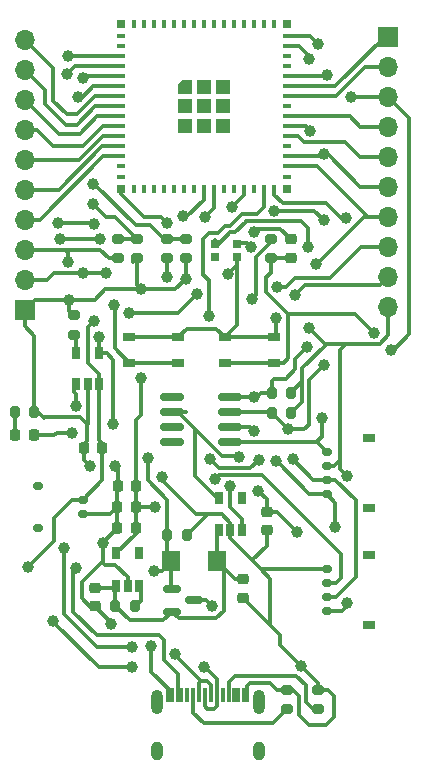
<source format=gbr>
%TF.GenerationSoftware,KiCad,Pcbnew,8.0.5-1.fc40*%
%TF.CreationDate,2024-10-05T09:08:47-05:00*%
%TF.ProjectId,PCB_ESP32,5043425f-4553-4503-9332-2e6b69636164,rev?*%
%TF.SameCoordinates,Original*%
%TF.FileFunction,Copper,L1,Top*%
%TF.FilePolarity,Positive*%
%FSLAX46Y46*%
G04 Gerber Fmt 4.6, Leading zero omitted, Abs format (unit mm)*
G04 Created by KiCad (PCBNEW 8.0.5-1.fc40) date 2024-10-05 09:08:47*
%MOMM*%
%LPD*%
G01*
G04 APERTURE LIST*
G04 Aperture macros list*
%AMRoundRect*
0 Rectangle with rounded corners*
0 $1 Rounding radius*
0 $2 $3 $4 $5 $6 $7 $8 $9 X,Y pos of 4 corners*
0 Add a 4 corners polygon primitive as box body*
4,1,4,$2,$3,$4,$5,$6,$7,$8,$9,$2,$3,0*
0 Add four circle primitives for the rounded corners*
1,1,$1+$1,$2,$3*
1,1,$1+$1,$4,$5*
1,1,$1+$1,$6,$7*
1,1,$1+$1,$8,$9*
0 Add four rect primitives between the rounded corners*
20,1,$1+$1,$2,$3,$4,$5,0*
20,1,$1+$1,$4,$5,$6,$7,0*
20,1,$1+$1,$6,$7,$8,$9,0*
20,1,$1+$1,$8,$9,$2,$3,0*%
%AMOutline5P*
0 Free polygon, 5 corners , with rotation*
0 The origin of the aperture is its center*
0 number of corners: always 5*
0 $1 to $10 corner X, Y*
0 $11 Rotation angle, in degrees counterclockwise*
0 create outline with 5 corners*
4,1,5,$1,$2,$3,$4,$5,$6,$7,$8,$9,$10,$1,$2,$11*%
%AMOutline6P*
0 Free polygon, 6 corners , with rotation*
0 The origin of the aperture is its center*
0 number of corners: always 6*
0 $1 to $12 corner X, Y*
0 $13 Rotation angle, in degrees counterclockwise*
0 create outline with 6 corners*
4,1,6,$1,$2,$3,$4,$5,$6,$7,$8,$9,$10,$11,$12,$1,$2,$13*%
%AMOutline7P*
0 Free polygon, 7 corners , with rotation*
0 The origin of the aperture is its center*
0 number of corners: always 7*
0 $1 to $14 corner X, Y*
0 $15 Rotation angle, in degrees counterclockwise*
0 create outline with 7 corners*
4,1,7,$1,$2,$3,$4,$5,$6,$7,$8,$9,$10,$11,$12,$13,$14,$1,$2,$15*%
%AMOutline8P*
0 Free polygon, 8 corners , with rotation*
0 The origin of the aperture is its center*
0 number of corners: always 8*
0 $1 to $16 corner X, Y*
0 $17 Rotation angle, in degrees counterclockwise*
0 create outline with 8 corners*
4,1,8,$1,$2,$3,$4,$5,$6,$7,$8,$9,$10,$11,$12,$13,$14,$15,$16,$1,$2,$17*%
G04 Aperture macros list end*
%TA.AperFunction,SMDPad,CuDef*%
%ADD10RoundRect,0.200000X-0.275000X0.200000X-0.275000X-0.200000X0.275000X-0.200000X0.275000X0.200000X0*%
%TD*%
%TA.AperFunction,SMDPad,CuDef*%
%ADD11RoundRect,0.200000X0.275000X-0.200000X0.275000X0.200000X-0.275000X0.200000X-0.275000X-0.200000X0*%
%TD*%
%TA.AperFunction,SMDPad,CuDef*%
%ADD12RoundRect,0.200000X-0.200000X-0.275000X0.200000X-0.275000X0.200000X0.275000X-0.200000X0.275000X0*%
%TD*%
%TA.AperFunction,SMDPad,CuDef*%
%ADD13RoundRect,0.225000X0.250000X-0.225000X0.250000X0.225000X-0.250000X0.225000X-0.250000X-0.225000X0*%
%TD*%
%TA.AperFunction,SMDPad,CuDef*%
%ADD14RoundRect,0.150000X-0.825000X-0.150000X0.825000X-0.150000X0.825000X0.150000X-0.825000X0.150000X0*%
%TD*%
%TA.AperFunction,SMDPad,CuDef*%
%ADD15RoundRect,0.225000X-0.250000X0.225000X-0.250000X-0.225000X0.250000X-0.225000X0.250000X0.225000X0*%
%TD*%
%TA.AperFunction,SMDPad,CuDef*%
%ADD16RoundRect,0.150000X0.275000X-0.150000X0.275000X0.150000X-0.275000X0.150000X-0.275000X-0.150000X0*%
%TD*%
%TA.AperFunction,SMDPad,CuDef*%
%ADD17RoundRect,0.187500X0.362500X-0.187500X0.362500X0.187500X-0.362500X0.187500X-0.362500X-0.187500X0*%
%TD*%
%TA.AperFunction,SMDPad,CuDef*%
%ADD18RoundRect,0.200000X0.200000X0.275000X-0.200000X0.275000X-0.200000X-0.275000X0.200000X-0.275000X0*%
%TD*%
%TA.AperFunction,SMDPad,CuDef*%
%ADD19RoundRect,0.225000X0.225000X0.250000X-0.225000X0.250000X-0.225000X-0.250000X0.225000X-0.250000X0*%
%TD*%
%TA.AperFunction,SMDPad,CuDef*%
%ADD20R,0.700000X0.700000*%
%TD*%
%TA.AperFunction,SMDPad,CuDef*%
%ADD21R,0.700000X1.000000*%
%TD*%
%TA.AperFunction,SMDPad,CuDef*%
%ADD22R,1.050000X0.650000*%
%TD*%
%TA.AperFunction,SMDPad,CuDef*%
%ADD23RoundRect,0.175000X-0.225000X0.175000X-0.225000X-0.175000X0.225000X-0.175000X0.225000X0.175000X0*%
%TD*%
%TA.AperFunction,SMDPad,CuDef*%
%ADD24RoundRect,0.150000X-0.275000X0.150000X-0.275000X-0.150000X0.275000X-0.150000X0.275000X0.150000X0*%
%TD*%
%TA.AperFunction,SMDPad,CuDef*%
%ADD25R,1.555000X1.670000*%
%TD*%
%TA.AperFunction,SMDPad,CuDef*%
%ADD26RoundRect,0.218750X0.218750X0.256250X-0.218750X0.256250X-0.218750X-0.256250X0.218750X-0.256250X0*%
%TD*%
%TA.AperFunction,SMDPad,CuDef*%
%ADD27R,0.300000X1.150000*%
%TD*%
%TA.AperFunction,ComponentPad*%
%ADD28O,1.000000X2.100000*%
%TD*%
%TA.AperFunction,ComponentPad*%
%ADD29O,1.000000X1.600000*%
%TD*%
%TA.AperFunction,SMDPad,CuDef*%
%ADD30RoundRect,0.150000X-0.587500X-0.150000X0.587500X-0.150000X0.587500X0.150000X-0.587500X0.150000X0*%
%TD*%
%TA.AperFunction,SMDPad,CuDef*%
%ADD31R,0.800000X0.400000*%
%TD*%
%TA.AperFunction,SMDPad,CuDef*%
%ADD32R,0.400000X0.800000*%
%TD*%
%TA.AperFunction,SMDPad,CuDef*%
%ADD33Outline5P,-0.600000X0.204000X-0.204000X0.600000X0.600000X0.600000X0.600000X-0.600000X-0.600000X-0.600000X0.000000*%
%TD*%
%TA.AperFunction,SMDPad,CuDef*%
%ADD34R,1.200000X1.200000*%
%TD*%
%TA.AperFunction,SMDPad,CuDef*%
%ADD35R,0.800000X0.800000*%
%TD*%
%TA.AperFunction,ComponentPad*%
%ADD36R,1.700000X1.700000*%
%TD*%
%TA.AperFunction,ComponentPad*%
%ADD37O,1.700000X1.700000*%
%TD*%
%TA.AperFunction,ViaPad*%
%ADD38C,1.000000*%
%TD*%
%TA.AperFunction,Conductor*%
%ADD39C,0.300000*%
%TD*%
G04 APERTURE END LIST*
D10*
%TO.P,R10,1*%
%TO.N,IO1*%
X146740000Y-93200000D03*
%TO.P,R10,2*%
%TO.N,GND*%
X146740000Y-94850000D03*
%TD*%
D11*
%TO.P,R4,1*%
%TO.N,Net-(J2-CC1)*%
X159480000Y-133025000D03*
%TO.P,R4,2*%
%TO.N,GND*%
X159480000Y-131375000D03*
%TD*%
D12*
%TO.P,R2,1*%
%TO.N,VBUS*%
X149355000Y-118320000D03*
%TO.P,R2,2*%
%TO.N,GND*%
X151005000Y-118320000D03*
%TD*%
D13*
%TO.P,C9,1*%
%TO.N,RESET*%
X159800000Y-94805000D03*
%TO.P,C9,2*%
%TO.N,GND*%
X159800000Y-93255000D03*
%TD*%
D14*
%TO.P,U4,1,32KHZ*%
%TO.N,unconnected-(U4-32KHZ-Pad1)*%
X149705000Y-106615000D03*
%TO.P,U4,2,VCC*%
%TO.N,3.3V2*%
X149705000Y-107885000D03*
%TO.P,U4,3,~{INT}/SQW*%
%TO.N,unconnected-(U4-~{INT}{slash}SQW-Pad3)*%
X149705000Y-109155000D03*
%TO.P,U4,4,~{RST}*%
%TO.N,unconnected-(U4-~{RST}-Pad4)*%
X149705000Y-110425000D03*
%TO.P,U4,5,GND*%
%TO.N,GND*%
X154655000Y-110425000D03*
%TO.P,U4,6,VBAT*%
%TO.N,Net-(BT1-+)*%
X154655000Y-109155000D03*
%TO.P,U4,7,SDA*%
%TO.N,SDA*%
X154655000Y-107885000D03*
%TO.P,U4,8,SCL*%
%TO.N,SCL*%
X154655000Y-106615000D03*
%TD*%
D11*
%TO.P,R9,1*%
%TO.N,VBAT*%
X145190000Y-94850000D03*
%TO.P,R9,2*%
%TO.N,IO1*%
X145190000Y-93200000D03*
%TD*%
D15*
%TO.P,C7,1*%
%TO.N,VIN*%
X155780000Y-122045000D03*
%TO.P,C7,2*%
%TO.N,GND*%
X155780000Y-123595000D03*
%TD*%
D16*
%TO.P,J5,1,Pin_1*%
%TO.N,SCL*%
X162830000Y-124750000D03*
%TO.P,J5,2,Pin_2*%
%TO.N,SDA*%
X162830000Y-123550000D03*
%TO.P,J5,3,Pin_3*%
%TO.N,+3.3V*%
X162830000Y-122350000D03*
%TO.P,J5,4,Pin_4*%
%TO.N,GND*%
X162830000Y-121150000D03*
D17*
%TO.P,J5,MP,Pin_5*%
%TO.N,unconnected-(J5-Pin_5-PadMP)*%
X166455000Y-125925000D03*
%TO.N,unconnected-(J5-Pin_5-PadMP)_0*%
X166455000Y-119975000D03*
%TD*%
D15*
%TO.P,C6,1*%
%TO.N,3.3V2*%
X157780000Y-116345000D03*
%TO.P,C6,2*%
%TO.N,GND*%
X157780000Y-117895000D03*
%TD*%
D18*
%TO.P,R13,1*%
%TO.N,GND*%
X138077500Y-107840000D03*
%TO.P,R13,2*%
%TO.N,Net-(D3-A)*%
X136427500Y-107840000D03*
%TD*%
%TO.P,R6,1*%
%TO.N,3.3V2*%
X159830000Y-107940000D03*
%TO.P,R6,2*%
%TO.N,SDA*%
X158180000Y-107940000D03*
%TD*%
D11*
%TO.P,R7,1*%
%TO.N,VBUS*%
X149330000Y-94845000D03*
%TO.P,R7,2*%
%TO.N,IO2*%
X149330000Y-93195000D03*
%TD*%
D19*
%TO.P,C4,1*%
%TO.N,+3.3V*%
X146655000Y-115920000D03*
%TO.P,C4,2*%
%TO.N,GND*%
X145105000Y-115920000D03*
%TD*%
D20*
%TO.P,D1,1,VDD*%
%TO.N,3.3V2*%
X153385000Y-93610000D03*
%TO.P,D1,2,DOUT*%
%TO.N,unconnected-(D1-DOUT-Pad2)*%
X153385000Y-94710000D03*
%TO.P,D1,3,VSS*%
%TO.N,GND*%
X155215000Y-94710000D03*
%TO.P,D1,4,DIN*%
%TO.N,NEOPIXEL*%
X155215000Y-93610000D03*
%TD*%
D10*
%TO.P,R12,1*%
%TO.N,GND*%
X141450000Y-99675000D03*
%TO.P,R12,2*%
%TO.N,Net-(U5-PROG)*%
X141450000Y-101325000D03*
%TD*%
D18*
%TO.P,R5,1*%
%TO.N,3.3V2*%
X159830000Y-106240000D03*
%TO.P,R5,2*%
%TO.N,SCL*%
X158180000Y-106240000D03*
%TD*%
D12*
%TO.P,R1,1*%
%TO.N,VIN*%
X144955000Y-124320000D03*
%TO.P,R1,2*%
%TO.N,Net-(U2-EN)*%
X146605000Y-124320000D03*
%TD*%
D10*
%TO.P,R11,1*%
%TO.N,+3.3V*%
X158100000Y-93205000D03*
%TO.P,R11,2*%
%TO.N,RESET*%
X158100000Y-94855000D03*
%TD*%
D21*
%TO.P,U5,1,STAT*%
%TO.N,Net-(D3-K)*%
X141650000Y-105500000D03*
%TO.P,U5,2,VSS*%
%TO.N,GND*%
X142600000Y-105500000D03*
%TO.P,U5,3,VBAT*%
%TO.N,VBAT*%
X143550000Y-105500000D03*
%TO.P,U5,4,VDD*%
%TO.N,VBUS*%
X143550000Y-102900000D03*
%TO.P,U5,5,PROG*%
%TO.N,Net-(U5-PROG)*%
X141650000Y-102900000D03*
%TD*%
D19*
%TO.P,C3,1*%
%TO.N,+3.3V*%
X146655000Y-117720000D03*
%TO.P,C3,2*%
%TO.N,GND*%
X145105000Y-117720000D03*
%TD*%
%TO.P,C10,1*%
%TO.N,VBAT*%
X143845000Y-110960000D03*
%TO.P,C10,2*%
%TO.N,GND*%
X142295000Y-110960000D03*
%TD*%
D21*
%TO.P,U3,1,VIN*%
%TO.N,VIN*%
X153680000Y-117870000D03*
%TO.P,U3,2,GND*%
%TO.N,GND*%
X154680000Y-117870000D03*
%TO.P,U3,3,EN*%
%TO.N,VDD_SPI*%
X155680000Y-117870000D03*
%TO.P,U3,4,NC*%
%TO.N,unconnected-(U3-NC-Pad4)*%
X155680000Y-115120000D03*
%TO.P,U3,5,VOUT*%
%TO.N,3.3V2*%
X153680000Y-115120000D03*
%TD*%
D22*
%TO.P,SW3,1,1*%
%TO.N,GND*%
X154215000Y-101545000D03*
X158365000Y-101545000D03*
%TO.P,SW3,2,2*%
%TO.N,RESET*%
X154215000Y-103695000D03*
X158365000Y-103695000D03*
%TD*%
D15*
%TO.P,C1,1*%
%TO.N,VIN*%
X143180000Y-122745000D03*
%TO.P,C1,2*%
%TO.N,GND*%
X143180000Y-124295000D03*
%TD*%
D10*
%TO.P,R3,1*%
%TO.N,GND*%
X162080000Y-131375000D03*
%TO.P,R3,2*%
%TO.N,Net-(J2-CC2)*%
X162080000Y-133025000D03*
%TD*%
D19*
%TO.P,C5,1*%
%TO.N,+3.3V*%
X146680000Y-114120000D03*
%TO.P,C5,2*%
%TO.N,GND*%
X145130000Y-114120000D03*
%TD*%
D23*
%TO.P,J7,*%
%TO.N,*%
X138405000Y-114170000D03*
X138405000Y-117670000D03*
D24*
%TO.P,J7,1,Pin_1*%
%TO.N,VBAT*%
X142180000Y-115320000D03*
%TO.P,J7,2,Pin_2*%
%TO.N,GND*%
X142180000Y-116520000D03*
%TD*%
D25*
%TO.P,D2,1,K*%
%TO.N,VIN*%
X153580000Y-120520000D03*
%TO.P,D2,2,A*%
%TO.N,VBUS*%
X149680000Y-120520000D03*
%TD*%
D10*
%TO.P,R8,1*%
%TO.N,IO2*%
X150900000Y-93195000D03*
%TO.P,R8,2*%
%TO.N,GND*%
X150900000Y-94845000D03*
%TD*%
D16*
%TO.P,J6,1,Pin_1*%
%TO.N,SCL*%
X162830000Y-114820000D03*
%TO.P,J6,2,Pin_2*%
%TO.N,SDA*%
X162830000Y-113620000D03*
%TO.P,J6,3,Pin_3*%
%TO.N,3.3V2*%
X162830000Y-112420000D03*
%TO.P,J6,4,Pin_4*%
%TO.N,GND*%
X162830000Y-111220000D03*
D17*
%TO.P,J6,MP,Pin_5*%
%TO.N,unconnected-(J6-Pin_5-PadMP)_0*%
X166455000Y-115995000D03*
%TO.N,unconnected-(J6-Pin_5-PadMP)*%
X166455000Y-110045000D03*
%TD*%
D26*
%TO.P,D3,1,K*%
%TO.N,Net-(D3-K)*%
X138040000Y-109840000D03*
%TO.P,D3,2,A*%
%TO.N,Net-(D3-A)*%
X136465000Y-109840000D03*
%TD*%
D27*
%TO.P,J2,A1,GND*%
%TO.N,GND*%
X149430000Y-131830000D03*
%TO.P,J2,A4,VBUS*%
%TO.N,VBUS*%
X150230000Y-131830000D03*
%TO.P,J2,A5,CC1*%
%TO.N,Net-(J2-CC1)*%
X151530000Y-131830000D03*
%TO.P,J2,A6,D+*%
%TO.N,D+*%
X152530000Y-131830000D03*
%TO.P,J2,A7,D-*%
%TO.N,D-*%
X153030000Y-131830000D03*
%TO.P,J2,A8,SBU1*%
%TO.N,unconnected-(J2-SBU1-PadA8)*%
X154030000Y-131830000D03*
%TO.P,J2,A9,VBUS*%
%TO.N,VBUS*%
X155330000Y-131830000D03*
%TO.P,J2,A12,GND*%
%TO.N,GND*%
X156130000Y-131830000D03*
%TO.P,J2,B1,GND*%
X155830000Y-131830000D03*
%TO.P,J2,B4,VBUS*%
%TO.N,VBUS*%
X155030000Y-131830000D03*
%TO.P,J2,B5,CC2*%
%TO.N,Net-(J2-CC2)*%
X154530000Y-131830000D03*
%TO.P,J2,B6,D+*%
%TO.N,D+*%
X153530000Y-131830000D03*
%TO.P,J2,B7,D-*%
%TO.N,D-*%
X152030000Y-131830000D03*
%TO.P,J2,B8,SBU2*%
%TO.N,unconnected-(J2-SBU2-PadB8)*%
X151030000Y-131830000D03*
%TO.P,J2,B9,VBUS*%
%TO.N,VBUS*%
X150530000Y-131830000D03*
%TO.P,J2,B12,GND*%
%TO.N,GND*%
X149730000Y-131830000D03*
D28*
%TO.P,J2,S1,SHIELD*%
X148460000Y-132395000D03*
D29*
X148460000Y-136575000D03*
D28*
X157100000Y-132395000D03*
D29*
X157100000Y-136575000D03*
%TD*%
D30*
%TO.P,Q1,1,G*%
%TO.N,VBUS*%
X149742500Y-122870000D03*
%TO.P,Q1,2,S*%
%TO.N,VIN*%
X149742500Y-124770000D03*
%TO.P,Q1,3,D*%
%TO.N,VBAT_SW_OUT*%
X151617500Y-123820000D03*
%TD*%
D22*
%TO.P,SW2,1,1*%
%TO.N,GND*%
X146140000Y-101545000D03*
X150290000Y-101545000D03*
%TO.P,SW2,2,2*%
%TO.N,BOOT*%
X146140000Y-103695000D03*
X150290000Y-103695000D03*
%TD*%
D31*
%TO.P,U1,1,GND*%
%TO.N,GND*%
X145450000Y-76035000D03*
%TO.P,U1,2,GND*%
X145450000Y-76885000D03*
%TO.P,U1,3,3V3*%
%TO.N,+3.3V*%
X145450000Y-77735000D03*
%TO.P,U1,4,IO0*%
%TO.N,BOOT*%
X145450000Y-78585000D03*
%TO.P,U1,5,IO1*%
%TO.N,IO1*%
X145450000Y-79435000D03*
%TO.P,U1,6,IO2*%
%TO.N,IO2*%
X145450000Y-80285000D03*
%TO.P,U1,7,IO3*%
%TO.N,IO3*%
X145450000Y-81135000D03*
%TO.P,U1,8,IO4*%
%TO.N,IO4*%
X145450000Y-81985000D03*
%TO.P,U1,9,IO5*%
%TO.N,IO5*%
X145450000Y-82835000D03*
%TO.P,U1,10,IO6*%
%TO.N,IO6*%
X145450000Y-83685000D03*
%TO.P,U1,11,IO7*%
%TO.N,IO7*%
X145450000Y-84535000D03*
%TO.P,U1,12,IO8*%
%TO.N,IO8*%
X145450000Y-85385000D03*
%TO.P,U1,13,IO9*%
%TO.N,IO9*%
X145450000Y-86235000D03*
%TO.P,U1,14,IO10*%
%TO.N,IO10*%
X145450000Y-87085000D03*
%TO.P,U1,15,IO11*%
%TO.N,IO11*%
X145450000Y-87935000D03*
D32*
%TO.P,U1,16,IO12*%
%TO.N,IO12*%
X146500000Y-88985000D03*
%TO.P,U1,17,IO13*%
%TO.N,IO13*%
X147350000Y-88985000D03*
%TO.P,U1,18,IO14*%
%TO.N,IO14*%
X148200000Y-88985000D03*
%TO.P,U1,19,IO15*%
%TO.N,IO15*%
X149050000Y-88985000D03*
%TO.P,U1,20,IO16*%
%TO.N,IO16*%
X149900000Y-88985000D03*
%TO.P,U1,21,IO17*%
%TO.N,IO17*%
X150750000Y-88985000D03*
%TO.P,U1,22,IO18*%
%TO.N,IO18*%
X151600000Y-88985000D03*
%TO.P,U1,23,IO19*%
%TO.N,D-*%
X152450000Y-88985000D03*
%TO.P,U1,24,IO20*%
%TO.N,D+*%
X153300000Y-88985000D03*
%TO.P,U1,25,IO21*%
%TO.N,unconnected-(U1-IO21-Pad25)*%
X154150000Y-88985000D03*
%TO.P,U1,26,IO26*%
%TO.N,unconnected-(U1-IO26-Pad26)*%
X155000000Y-88985000D03*
%TO.P,U1,27,IO47*%
%TO.N,CS*%
X155850000Y-88985000D03*
%TO.P,U1,28,IO33*%
%TO.N,IO33*%
X156700000Y-88985000D03*
%TO.P,U1,29,IO34*%
%TO.N,VDD_SPI*%
X157550000Y-88985000D03*
%TO.P,U1,30,IO48*%
%TO.N,CLK*%
X158400000Y-88985000D03*
D31*
%TO.P,U1,31,IO35*%
%TO.N,IO35*%
X159450000Y-87935000D03*
%TO.P,U1,32,IO36*%
%TO.N,SCL*%
X159450000Y-87085000D03*
%TO.P,U1,33,IO37*%
%TO.N,SDA*%
X159450000Y-86235000D03*
%TO.P,U1,34,IO38*%
%TO.N,IO38*%
X159450000Y-85385000D03*
%TO.P,U1,35,IO39*%
%TO.N,IO39*%
X159450000Y-84535000D03*
%TO.P,U1,36,IO40*%
%TO.N,NEOPIXEL*%
X159450000Y-83685000D03*
%TO.P,U1,37,IO41*%
%TO.N,IO41*%
X159450000Y-82835000D03*
%TO.P,U1,38,IO42*%
%TO.N,IO42*%
X159450000Y-81985000D03*
%TO.P,U1,39,TXD0*%
%TO.N,TX*%
X159450000Y-81135000D03*
%TO.P,U1,40,RXD0*%
%TO.N,RX*%
X159450000Y-80285000D03*
%TO.P,U1,41,IO45*%
%TO.N,MISO*%
X159450000Y-79435000D03*
%TO.P,U1,42,GND*%
%TO.N,GND*%
X159450000Y-78585000D03*
%TO.P,U1,43,GND*%
X159450000Y-77735000D03*
%TO.P,U1,44,IO46*%
%TO.N,MOSI*%
X159450000Y-76885000D03*
%TO.P,U1,45,EN*%
%TO.N,RESET*%
X159450000Y-76035000D03*
D32*
%TO.P,U1,50,GND*%
%TO.N,GND*%
X155000000Y-74985000D03*
%TO.P,U1,51,GND*%
X154150000Y-74985000D03*
%TO.P,U1,52,GND*%
X153300000Y-74985000D03*
%TO.P,U1,53,GND*%
X152450000Y-74985000D03*
%TO.P,U1,54,GND*%
X151600000Y-74985000D03*
%TO.P,U1,55,GND*%
X150750000Y-74985000D03*
%TO.P,U1,56,GND*%
X149900000Y-74985000D03*
%TO.P,U1,57,GND*%
X149050000Y-74985000D03*
%TO.P,U1,58,GND*%
X148200000Y-74985000D03*
%TO.P,U1,59,GND*%
X147350000Y-74985000D03*
%TO.P,U1,60,GND*%
X146500000Y-74985000D03*
D33*
%TO.P,U1,61,GND*%
X150800000Y-80335000D03*
D34*
X150800000Y-81985000D03*
X150800000Y-83635000D03*
X152450000Y-80335000D03*
X152450000Y-81985000D03*
X152450000Y-83635000D03*
X154100000Y-80335000D03*
X154100000Y-81985000D03*
X154100000Y-83635000D03*
D35*
%TO.P,U1,62,GND*%
X145450000Y-74985000D03*
%TO.P,U1,63,GND*%
X145450000Y-88985000D03*
D32*
X155850000Y-74985000D03*
X156700000Y-74985000D03*
X157550000Y-74985000D03*
X158400000Y-74985000D03*
D35*
X159450000Y-74985000D03*
X159450000Y-88985000D03*
%TD*%
D21*
%TO.P,U2,1,VIN*%
%TO.N,VIN*%
X144980000Y-122570000D03*
%TO.P,U2,2,GND*%
%TO.N,GND*%
X145980000Y-122570000D03*
%TO.P,U2,3,EN*%
%TO.N,Net-(U2-EN)*%
X146980000Y-122570000D03*
%TO.P,U2,4,NC*%
%TO.N,unconnected-(U2-NC-Pad4)*%
X146980000Y-119820000D03*
%TO.P,U2,5,VOUT*%
%TO.N,+3.3V*%
X144980000Y-119820000D03*
%TD*%
D36*
%TO.P,J3,1,Pin_1*%
%TO.N,RX*%
X168030000Y-76105000D03*
D37*
%TO.P,J3,2,Pin_2*%
%TO.N,TX*%
X168030000Y-78645000D03*
%TO.P,J3,3,Pin_3*%
%TO.N,RESET*%
X168030000Y-81185000D03*
%TO.P,J3,4,Pin_4*%
%TO.N,IO41*%
X168030000Y-83725000D03*
%TO.P,J3,5,Pin_5*%
%TO.N,IO39*%
X168030000Y-86265000D03*
%TO.P,J3,6,Pin_6*%
%TO.N,SDA*%
X168030000Y-88805000D03*
%TO.P,J3,7,Pin_7*%
%TO.N,SCL*%
X168030000Y-91345000D03*
%TO.P,J3,8,Pin_8*%
%TO.N,VBUS*%
X168030000Y-93885000D03*
%TO.P,J3,9,Pin_9*%
%TO.N,GND*%
X168030000Y-96425000D03*
%TO.P,J3,10,Pin_10*%
%TO.N,3.3V2*%
X168030000Y-98965000D03*
%TD*%
D36*
%TO.P,J4,1,Pin_1*%
%TO.N,GND*%
X137290000Y-99215000D03*
D37*
%TO.P,J4,2,Pin_2*%
%TO.N,+3.3V*%
X137290000Y-96675000D03*
%TO.P,J4,3,Pin_3*%
%TO.N,VBAT*%
X137290000Y-94135000D03*
%TO.P,J4,4,Pin_4*%
%TO.N,IO9*%
X137290000Y-91595000D03*
%TO.P,J4,5,Pin_5*%
%TO.N,IO8*%
X137290000Y-89055000D03*
%TO.P,J4,6,Pin_6*%
%TO.N,IO7*%
X137290000Y-86515000D03*
%TO.P,J4,7,Pin_7*%
%TO.N,IO6*%
X137290000Y-83975000D03*
%TO.P,J4,8,Pin_8*%
%TO.N,IO5*%
X137290000Y-81435000D03*
%TO.P,J4,9,Pin_9*%
%TO.N,IO4*%
X137290000Y-78895000D03*
%TO.P,J4,10,Pin_10*%
%TO.N,IO3*%
X137290000Y-76355000D03*
%TD*%
D38*
%TO.N,Net-(BT1-+)*%
X156645000Y-109445000D03*
X157080000Y-111920000D03*
X152925000Y-111875000D03*
%TO.N,GND*%
X148000000Y-127690000D03*
X147120000Y-97490000D03*
X150900000Y-96610000D03*
X160170000Y-97960000D03*
X148930000Y-113360000D03*
X144930000Y-112470000D03*
X162410000Y-108340000D03*
X143880000Y-118945000D03*
X160680000Y-129380000D03*
X142810000Y-112440000D03*
X156680000Y-92650000D03*
X149300000Y-91900000D03*
X144585000Y-125835000D03*
X154460000Y-96210000D03*
X141060000Y-98350000D03*
X158530000Y-99880000D03*
%TO.N,+3.3V*%
X156510000Y-98280000D03*
X144120000Y-96130000D03*
X140940000Y-77700000D03*
X142200000Y-96140000D03*
X147110000Y-104990000D03*
X153350000Y-113570000D03*
X148330000Y-115920000D03*
%TO.N,3.3V2*%
X160320000Y-118040000D03*
X161220000Y-93930000D03*
X161360000Y-100780000D03*
X155450000Y-111710000D03*
X157040000Y-114530000D03*
X164580000Y-113320000D03*
%TO.N,RESET*%
X162100000Y-76700000D03*
X164860000Y-81220000D03*
X168270000Y-102590000D03*
X166830000Y-101180000D03*
%TO.N,VBAT*%
X137550000Y-121030000D03*
X140920000Y-95170000D03*
X143120000Y-100210000D03*
%TO.N,NEOPIXEL*%
X161460000Y-84080000D03*
X156400000Y-93880000D03*
%TO.N,VBUS*%
X149330000Y-96430000D03*
X151850000Y-97840000D03*
X158660000Y-97310000D03*
X141620000Y-121040000D03*
X146120000Y-99480000D03*
X144760000Y-108870000D03*
X147680000Y-111770000D03*
X148180000Y-121320000D03*
X143550000Y-101530000D03*
%TO.N,Net-(D3-K)*%
X141290000Y-109620000D03*
X141630000Y-107380000D03*
%TO.N,CLK*%
X164460000Y-91480000D03*
%TO.N,MOSI*%
X161340000Y-77980000D03*
%TO.N,CS*%
X154820000Y-90520000D03*
X162600000Y-91640000D03*
X158400000Y-90830000D03*
%TO.N,MISO*%
X162890000Y-79310000D03*
%TO.N,D+*%
X143110000Y-91920000D03*
X152460000Y-129480000D03*
X140090000Y-91900000D03*
X139690000Y-125600000D03*
X152530000Y-91330000D03*
X146350000Y-129480000D03*
%TO.N,D-*%
X146360000Y-127810000D03*
X143630000Y-93190000D03*
X150710000Y-91300000D03*
X140630000Y-119350000D03*
X150020000Y-128360000D03*
X140280000Y-93210000D03*
%TO.N,SCL*%
X161130000Y-102410000D03*
X156670000Y-106615000D03*
X158580000Y-112020000D03*
X164580000Y-124020000D03*
X163580000Y-117610000D03*
X161910000Y-95370000D03*
%TO.N,SDA*%
X159980000Y-111890000D03*
X162620000Y-103870000D03*
X159580000Y-109340000D03*
X162610000Y-86070000D03*
%TO.N,VBAT_SW_OUT*%
X153120000Y-124330000D03*
%TO.N,IO2*%
X141770000Y-81170000D03*
X143040000Y-88527002D03*
%TO.N,IO1*%
X142170000Y-79630000D03*
X143060000Y-90250000D03*
%TO.N,VDD_SPI*%
X152840000Y-99760000D03*
X154670000Y-114130000D03*
%TO.N,BOOT*%
X144860000Y-98810000D03*
X140860000Y-79290000D03*
%TD*%
D39*
%TO.N,Net-(BT1-+)*%
X157080000Y-111920000D02*
X156350000Y-112650000D01*
X156355000Y-109155000D02*
X154655000Y-109155000D01*
X156350000Y-112650000D02*
X153700000Y-112650000D01*
X156645000Y-109445000D02*
X156355000Y-109155000D01*
X153700000Y-112650000D02*
X152925000Y-111875000D01*
%TO.N,GND*%
X143200000Y-98350000D02*
X141060000Y-98350000D01*
X143880000Y-119820000D02*
X143880000Y-120620000D01*
X161950000Y-110430000D02*
X154660000Y-110430000D01*
X138165000Y-98350000D02*
X137290000Y-99225000D01*
X162080000Y-131375000D02*
X162955000Y-131375000D01*
X148800000Y-91400000D02*
X147400000Y-91400000D01*
X158080000Y-125920000D02*
X158080000Y-121970000D01*
X137290000Y-99225000D02*
X137290000Y-100620000D01*
X151780000Y-116520000D02*
X152805000Y-116520000D01*
X157780000Y-119220000D02*
X156555000Y-120445000D01*
X156555000Y-120445000D02*
X154680000Y-118570000D01*
X145105000Y-114145000D02*
X145130000Y-114120000D01*
X160480000Y-133500000D02*
X161380000Y-134400000D01*
X148000000Y-129870000D02*
X149730000Y-131600000D01*
X142580000Y-108920000D02*
X141980000Y-108320000D01*
X142810000Y-112440000D02*
X142305000Y-111935000D01*
X163480000Y-131900000D02*
X162955000Y-131375000D01*
X143880000Y-120460000D02*
X143880000Y-119820000D01*
X145180000Y-114070000D02*
X145130000Y-114120000D01*
X142080000Y-122260000D02*
X143880000Y-120460000D01*
X158080000Y-121970000D02*
X157255000Y-121145000D01*
X143880000Y-118945000D02*
X143880000Y-119820000D01*
X162830000Y-111220000D02*
X162040000Y-110430000D01*
X154680000Y-118570000D02*
X154680000Y-117870000D01*
X156380000Y-130800000D02*
X156130000Y-131050000D01*
X151015000Y-100820000D02*
X150290000Y-101545000D01*
X146990000Y-95050000D02*
X146790000Y-94850000D01*
X162780000Y-134400000D02*
X163480000Y-133700000D01*
X162410000Y-109970000D02*
X161950000Y-110430000D01*
X162410000Y-108340000D02*
X162410000Y-109970000D01*
X141980000Y-108320000D02*
X138890000Y-108320000D01*
X138370000Y-107840000D02*
X138077500Y-107840000D01*
X162080000Y-130780000D02*
X162080000Y-131375000D01*
X144080000Y-120820000D02*
X144930000Y-120820000D01*
X159955000Y-131375000D02*
X160480000Y-131900000D01*
X148930000Y-113360000D02*
X148930000Y-113670000D01*
X144930000Y-112470000D02*
X145180000Y-112720000D01*
X160480000Y-131900000D02*
X160480000Y-133500000D01*
X144585000Y-125835000D02*
X144585000Y-125700000D01*
X158900000Y-126715000D02*
X158080000Y-125895000D01*
X157780000Y-117895000D02*
X157780000Y-119220000D01*
X149730000Y-131600000D02*
X149730000Y-131830000D01*
X158080000Y-125895000D02*
X155780000Y-123595000D01*
X154660000Y-110430000D02*
X154655000Y-110425000D01*
X142305000Y-110595000D02*
X142580000Y-110320000D01*
X157260000Y-121150000D02*
X157255000Y-121145000D01*
X159480000Y-131375000D02*
X158655000Y-131375000D01*
X154460000Y-96210000D02*
X155240000Y-95430000D01*
X137290000Y-100620000D02*
X138077500Y-101407500D01*
X158080000Y-125920000D02*
X158080000Y-125895000D01*
X142600000Y-105500000D02*
X142600000Y-108900000D01*
X142580000Y-110320000D02*
X142580000Y-108920000D01*
X143180000Y-124295000D02*
X142755000Y-124295000D01*
X154215000Y-101545000D02*
X153490000Y-100820000D01*
X167355000Y-97100000D02*
X168030000Y-96425000D01*
X142600000Y-108900000D02*
X142580000Y-108920000D01*
X153490000Y-100820000D02*
X151015000Y-100820000D01*
X143880000Y-120620000D02*
X144080000Y-120820000D01*
X138077500Y-107840000D02*
X138077500Y-107255000D01*
X158900000Y-127600000D02*
X158900000Y-126715000D01*
X146740000Y-97110000D02*
X146740000Y-94850000D01*
X147400000Y-91400000D02*
X145450000Y-89450000D01*
X161380000Y-134400000D02*
X162780000Y-134400000D01*
X138077500Y-101407500D02*
X138077500Y-107840000D01*
X141060000Y-98350000D02*
X141060000Y-99285000D01*
X155215000Y-94710000D02*
X155215000Y-95405000D01*
X163480000Y-133700000D02*
X163480000Y-131900000D01*
X148930000Y-113670000D02*
X151780000Y-116520000D01*
X146790000Y-94850000D02*
X146740000Y-94850000D01*
X159480000Y-131375000D02*
X159955000Y-131375000D01*
X145980000Y-121870000D02*
X145980000Y-122570000D01*
X150290000Y-101545000D02*
X146140000Y-101545000D01*
X161030000Y-97100000D02*
X167355000Y-97100000D01*
X147120000Y-97490000D02*
X146740000Y-97110000D01*
X147120000Y-97490000D02*
X144060000Y-97490000D01*
X150900000Y-94845000D02*
X150900000Y-96610000D01*
X156970000Y-92360000D02*
X158905000Y-92360000D01*
X158905000Y-92360000D02*
X159800000Y-93255000D01*
X155240000Y-95430000D02*
X155240000Y-100520000D01*
X142755000Y-124295000D02*
X142080000Y-123620000D01*
X144585000Y-125700000D02*
X143180000Y-124295000D01*
X142180000Y-116520000D02*
X144505000Y-116520000D01*
X154680000Y-117260000D02*
X153940000Y-116520000D01*
X152805000Y-116520000D02*
X151005000Y-118320000D01*
X156130000Y-131050000D02*
X156130000Y-131830000D01*
X156680000Y-92650000D02*
X156970000Y-92360000D01*
X138890000Y-108320000D02*
X138870000Y-108340000D01*
X146430000Y-95160000D02*
X146740000Y-94850000D01*
X142080000Y-123620000D02*
X142080000Y-122260000D01*
X138870000Y-108340000D02*
X138370000Y-107840000D01*
X158530000Y-101380000D02*
X158530000Y-99880000D01*
X149300000Y-91900000D02*
X148800000Y-91400000D01*
X162040000Y-110430000D02*
X161950000Y-110430000D01*
X144505000Y-116520000D02*
X145105000Y-115920000D01*
X160680000Y-129380000D02*
X162080000Y-130780000D01*
X147120000Y-97490000D02*
X150020000Y-97490000D01*
X144060000Y-97490000D02*
X143200000Y-98350000D01*
X145105000Y-117720000D02*
X143880000Y-118945000D01*
X158365000Y-101545000D02*
X158530000Y-101380000D01*
X141060000Y-98350000D02*
X138165000Y-98350000D01*
X141060000Y-99285000D02*
X141450000Y-99675000D01*
X145450000Y-89450000D02*
X145450000Y-88985000D01*
X145180000Y-112720000D02*
X145180000Y-114070000D01*
X155215000Y-95405000D02*
X155240000Y-95430000D01*
X145105000Y-115920000D02*
X145105000Y-114145000D01*
X154680000Y-117870000D02*
X154680000Y-117260000D01*
X160680000Y-129380000D02*
X158900000Y-127600000D01*
X160170000Y-97960000D02*
X161030000Y-97100000D01*
X158365000Y-101545000D02*
X154215000Y-101545000D01*
X144930000Y-120820000D02*
X145980000Y-121870000D01*
X148000000Y-127690000D02*
X148000000Y-129870000D01*
X142305000Y-111935000D02*
X142305000Y-110595000D01*
X158655000Y-131375000D02*
X158080000Y-130800000D01*
X158080000Y-130800000D02*
X156380000Y-130800000D01*
X150020000Y-97490000D02*
X150900000Y-96610000D01*
X145105000Y-117720000D02*
X145105000Y-115920000D01*
X153940000Y-116520000D02*
X152805000Y-116520000D01*
X157255000Y-121145000D02*
X156555000Y-120445000D01*
X155240000Y-100520000D02*
X154215000Y-101545000D01*
X162830000Y-121150000D02*
X157260000Y-121150000D01*
%TO.N,VIN*%
X153490000Y-125340000D02*
X150312500Y-125340000D01*
X155780000Y-122045000D02*
X155105000Y-122045000D01*
X149742500Y-124770000D02*
X148992500Y-125520000D01*
X144900000Y-124265000D02*
X144900000Y-122650000D01*
X154110000Y-121050000D02*
X154110000Y-124720000D01*
X144955000Y-124320000D02*
X144900000Y-124265000D01*
X146155000Y-125520000D02*
X144955000Y-124320000D01*
X153580000Y-120520000D02*
X153580000Y-117970000D01*
X144805000Y-122745000D02*
X144980000Y-122570000D01*
X155105000Y-122045000D02*
X153580000Y-120520000D01*
X153580000Y-120520000D02*
X154110000Y-121050000D01*
X150312500Y-125340000D02*
X149742500Y-124770000D01*
X154110000Y-124720000D02*
X153490000Y-125340000D01*
X143180000Y-122745000D02*
X144805000Y-122745000D01*
X148992500Y-125520000D02*
X146155000Y-125520000D01*
X144900000Y-122650000D02*
X144980000Y-122570000D01*
X153580000Y-117970000D02*
X153680000Y-117870000D01*
%TO.N,+3.3V*%
X156850000Y-97940000D02*
X156510000Y-98280000D01*
X140975000Y-77735000D02*
X145450000Y-77735000D01*
X139735000Y-96130000D02*
X139190000Y-96675000D01*
X146655000Y-118185000D02*
X146655000Y-117720000D01*
X146655000Y-114145000D02*
X146680000Y-114120000D01*
X146655000Y-117720000D02*
X146655000Y-115920000D01*
X146655000Y-115920000D02*
X146655000Y-114145000D01*
X163650000Y-122350000D02*
X162830000Y-122350000D01*
X153720000Y-113200000D02*
X157360000Y-113200000D01*
X140940000Y-77700000D02*
X140975000Y-77735000D01*
X144980000Y-119820000D02*
X145020000Y-119820000D01*
X146680000Y-108530000D02*
X147110000Y-108100000D01*
X142200000Y-96140000D02*
X142210000Y-96130000D01*
X142200000Y-96140000D02*
X142190000Y-96130000D01*
X164080000Y-121920000D02*
X163650000Y-122350000D01*
X148330000Y-115920000D02*
X146655000Y-115920000D01*
X164080000Y-119920000D02*
X164080000Y-121920000D01*
X146680000Y-108530000D02*
X146680000Y-114120000D01*
X156850000Y-94770000D02*
X156850000Y-97940000D01*
X153350000Y-113570000D02*
X153720000Y-113200000D01*
X139190000Y-96675000D02*
X137290000Y-96675000D01*
X158100000Y-93520000D02*
X156850000Y-94770000D01*
X147110000Y-108100000D02*
X147110000Y-104990000D01*
X142210000Y-96130000D02*
X144120000Y-96130000D01*
X145020000Y-119820000D02*
X146655000Y-118185000D01*
X157360000Y-113200000D02*
X164080000Y-119920000D01*
X142190000Y-96130000D02*
X139735000Y-96130000D01*
X158100000Y-93205000D02*
X158100000Y-93520000D01*
%TO.N,3.3V2*%
X158625000Y-116345000D02*
X160320000Y-118040000D01*
X159830000Y-106240000D02*
X160780000Y-105290000D01*
X150915000Y-107885000D02*
X149705000Y-107885000D01*
X153680000Y-115120000D02*
X153540000Y-115120000D01*
X153385000Y-93610000D02*
X153385000Y-93285000D01*
X155340000Y-111600000D02*
X153960000Y-111600000D01*
X160680000Y-91730000D02*
X155980000Y-91730000D01*
X154660000Y-92660000D02*
X155080000Y-92660000D01*
X164400000Y-102200000D02*
X164500000Y-102100000D01*
X153960000Y-111600000D02*
X150245000Y-107885000D01*
X161220000Y-92270000D02*
X160680000Y-91730000D01*
X164500000Y-102100000D02*
X164485000Y-102085000D01*
X164000000Y-102600000D02*
X164400000Y-102200000D01*
X161220000Y-93930000D02*
X161220000Y-92270000D01*
X164000000Y-111900000D02*
X164000000Y-102600000D01*
X162665000Y-102275000D02*
X162665000Y-102085000D01*
X162830000Y-112420000D02*
X163480000Y-112420000D01*
X167325000Y-102085000D02*
X168030000Y-101380000D01*
X157040000Y-114530000D02*
X157780000Y-115270000D01*
X153385000Y-93610000D02*
X153710000Y-93610000D01*
X159830000Y-107940000D02*
X160780000Y-106990000D01*
X168030000Y-101380000D02*
X168030000Y-98965000D01*
X150245000Y-107885000D02*
X149705000Y-107885000D01*
X160780000Y-104160000D02*
X162665000Y-102275000D01*
X160780000Y-106990000D02*
X160780000Y-105290000D01*
X164580000Y-113320000D02*
X164000000Y-112740000D01*
X151670000Y-109400000D02*
X151715000Y-109355000D01*
X163480000Y-112420000D02*
X164000000Y-111900000D01*
X164000000Y-112740000D02*
X164000000Y-111900000D01*
X161360000Y-100780000D02*
X162665000Y-102085000D01*
X157780000Y-115270000D02*
X157780000Y-116345000D01*
X157780000Y-116345000D02*
X158625000Y-116345000D01*
X153710000Y-93610000D02*
X154660000Y-92660000D01*
X164485000Y-102085000D02*
X162665000Y-102085000D01*
X155080000Y-92660000D02*
X155980000Y-91760000D01*
X160780000Y-105290000D02*
X160780000Y-104160000D01*
X164485000Y-102085000D02*
X167325000Y-102085000D01*
X153540000Y-115120000D02*
X151670000Y-113250000D01*
X151670000Y-113250000D02*
X151670000Y-109400000D01*
X155450000Y-111710000D02*
X155340000Y-111600000D01*
%TO.N,RESET*%
X169831133Y-101265007D02*
X169831133Y-83001133D01*
X159800000Y-94805000D02*
X158150000Y-94805000D01*
X159590000Y-99590000D02*
X157730000Y-97730000D01*
X162100000Y-76700000D02*
X161435000Y-76035000D01*
X164895000Y-81185000D02*
X168030000Y-81185000D01*
X164860000Y-81220000D02*
X164895000Y-81185000D01*
X157730000Y-97730000D02*
X157730000Y-96470000D01*
X166830000Y-101180000D02*
X165240000Y-99590000D01*
X168510000Y-102590000D02*
X169804993Y-101295007D01*
X158365000Y-103695000D02*
X154215000Y-103695000D01*
X169831133Y-83001133D02*
X168030000Y-81200000D01*
X158150000Y-94805000D02*
X158100000Y-94855000D01*
X168270000Y-102590000D02*
X168510000Y-102590000D01*
X157730000Y-96470000D02*
X158100000Y-96100000D01*
X168030000Y-81200000D02*
X168030000Y-81185000D01*
X161435000Y-76035000D02*
X159450000Y-76035000D01*
X159590000Y-103330000D02*
X159590000Y-99590000D01*
X158100000Y-96100000D02*
X158100000Y-94855000D01*
X159225000Y-103695000D02*
X159590000Y-103330000D01*
X165240000Y-99590000D02*
X159590000Y-99590000D01*
X158365000Y-103695000D02*
X159225000Y-103695000D01*
%TO.N,VBAT*%
X144385000Y-94850000D02*
X143680000Y-94145000D01*
X139780000Y-118800000D02*
X139780000Y-116850000D01*
X140700000Y-94145000D02*
X143680000Y-94145000D01*
X142620000Y-103700000D02*
X143550000Y-104630000D01*
X143855000Y-110595000D02*
X143855000Y-111620000D01*
X137550000Y-121030000D02*
X139780000Y-118800000D01*
X139200000Y-94145000D02*
X140700000Y-94145000D01*
X143530000Y-110270000D02*
X143855000Y-110595000D01*
X143550000Y-104630000D02*
X143550000Y-105500000D01*
X141310000Y-115320000D02*
X142180000Y-115320000D01*
X143120000Y-100210000D02*
X142620000Y-100710000D01*
X145170000Y-94870000D02*
X145190000Y-94850000D01*
X142180000Y-115320000D02*
X143855000Y-113645000D01*
X140920000Y-95170000D02*
X140920000Y-94365000D01*
X140920000Y-94365000D02*
X140700000Y-94145000D01*
X143855000Y-113645000D02*
X143855000Y-111620000D01*
X139190000Y-94135000D02*
X137290000Y-94135000D01*
X143530000Y-105910000D02*
X143530000Y-110270000D01*
X142620000Y-100710000D02*
X142620000Y-103700000D01*
X145190000Y-94850000D02*
X144385000Y-94850000D01*
X139200000Y-94145000D02*
X139190000Y-94135000D01*
X139780000Y-116850000D02*
X141310000Y-115320000D01*
%TO.N,NEOPIXEL*%
X161065000Y-83685000D02*
X159450000Y-83685000D01*
X156400000Y-93880000D02*
X156090000Y-93570000D01*
X161460000Y-84080000D02*
X161065000Y-83685000D01*
X156090000Y-93570000D02*
X155585000Y-93570000D01*
%TO.N,VBUS*%
X150210000Y-99480000D02*
X146120000Y-99480000D01*
X148180000Y-121320000D02*
X148880000Y-121320000D01*
X149680000Y-120520000D02*
X149680000Y-122807500D01*
X150480000Y-131780000D02*
X150530000Y-131830000D01*
X141620000Y-121040000D02*
X141400000Y-121260000D01*
X149050000Y-128910000D02*
X150230000Y-130090000D01*
X149355000Y-118320000D02*
X149355000Y-120195000D01*
X143350000Y-126790000D02*
X148680000Y-126790000D01*
X151850000Y-97840000D02*
X150210000Y-99480000D01*
X149355000Y-120195000D02*
X149680000Y-120520000D01*
X144230000Y-102900000D02*
X143550000Y-102900000D01*
X144760000Y-108870000D02*
X144760000Y-103430000D01*
X147680000Y-113622082D02*
X149355000Y-115297082D01*
X141400000Y-121260000D02*
X141400000Y-124840000D01*
X144760000Y-103430000D02*
X144230000Y-102900000D01*
X163100000Y-96520000D02*
X165735000Y-93885000D01*
X150230000Y-130090000D02*
X150230000Y-131830000D01*
X149355000Y-115297082D02*
X149355000Y-118320000D01*
X143550000Y-102900000D02*
X143550000Y-101530000D01*
X159370000Y-97310000D02*
X160160000Y-96520000D01*
X165735000Y-93885000D02*
X168030000Y-93885000D01*
X149330000Y-96430000D02*
X149330000Y-94845000D01*
X148880000Y-121320000D02*
X149680000Y-120520000D01*
X158660000Y-97310000D02*
X159370000Y-97310000D01*
X160160000Y-96520000D02*
X163100000Y-96520000D01*
X149050000Y-127160000D02*
X149050000Y-128910000D01*
X147680000Y-111770000D02*
X147680000Y-113622082D01*
X141400000Y-124840000D02*
X143350000Y-126790000D01*
X149680000Y-122807500D02*
X149742500Y-122870000D01*
X148680000Y-126790000D02*
X149050000Y-127160000D01*
%TO.N,Net-(D3-A)*%
X136465000Y-109840000D02*
X136465000Y-107877500D01*
X136465000Y-107877500D02*
X136427500Y-107840000D01*
%TO.N,Net-(D3-K)*%
X139747500Y-109840000D02*
X138040000Y-109840000D01*
X141430000Y-106170000D02*
X141430000Y-105445000D01*
X138240000Y-109640000D02*
X138040000Y-109840000D01*
X139967500Y-109620000D02*
X139747500Y-109840000D01*
X141630000Y-107380000D02*
X141630000Y-106370000D01*
X141630000Y-106370000D02*
X141430000Y-106170000D01*
X141290000Y-109620000D02*
X139967500Y-109620000D01*
%TO.N,CLK*%
X159120000Y-90210000D02*
X158400000Y-89490000D01*
X158400000Y-89490000D02*
X158400000Y-88985000D01*
X164080000Y-91480000D02*
X162810000Y-90210000D01*
X162810000Y-90210000D02*
X159120000Y-90210000D01*
X164460000Y-91480000D02*
X164080000Y-91480000D01*
%TO.N,MOSI*%
X160485000Y-76885000D02*
X159450000Y-76885000D01*
X161340000Y-77980000D02*
X161340000Y-77740000D01*
X161340000Y-77740000D02*
X160485000Y-76885000D01*
%TO.N,CS*%
X158400000Y-90830000D02*
X161790000Y-90830000D01*
X161790000Y-90830000D02*
X162600000Y-91640000D01*
X155850000Y-89490000D02*
X155850000Y-88985000D01*
X154820000Y-90520000D02*
X155850000Y-89490000D01*
%TO.N,MISO*%
X162890000Y-79310000D02*
X162765000Y-79435000D01*
X162765000Y-79435000D02*
X159450000Y-79435000D01*
%TO.N,D+*%
X153330000Y-132980000D02*
X153530000Y-132780000D01*
X153530000Y-130450000D02*
X153530000Y-131830000D01*
X152560000Y-129480000D02*
X153530000Y-130450000D01*
X139690000Y-125600000D02*
X139690000Y-125620000D01*
X143090000Y-91900000D02*
X140090000Y-91900000D01*
X153300000Y-90560000D02*
X153300000Y-88985000D01*
X143550000Y-129480000D02*
X146350000Y-129480000D01*
X139690000Y-125620000D02*
X143550000Y-129480000D01*
X152460000Y-129480000D02*
X152560000Y-129480000D01*
X152740000Y-132980000D02*
X153330000Y-132980000D01*
X143110000Y-91920000D02*
X143090000Y-91900000D01*
X153530000Y-132780000D02*
X153530000Y-131830000D01*
X152530000Y-131830000D02*
X152530000Y-132770000D01*
X152530000Y-132770000D02*
X152740000Y-132980000D01*
X152530000Y-91330000D02*
X153300000Y-90560000D01*
%TO.N,Net-(J2-CC1)*%
X159480000Y-133025000D02*
X158265000Y-134240000D01*
X158265000Y-134240000D02*
X152430000Y-134240000D01*
X152430000Y-134240000D02*
X151530000Y-133340000D01*
X151530000Y-133340000D02*
X151530000Y-131830000D01*
%TO.N,D-*%
X152190000Y-130650000D02*
X152675000Y-130650000D01*
X140630000Y-119350000D02*
X140600000Y-119380000D01*
X152450000Y-89900000D02*
X152450000Y-88985000D01*
X143420000Y-127810000D02*
X146360000Y-127810000D01*
X150710000Y-91300000D02*
X151050000Y-91300000D01*
X143610000Y-93210000D02*
X140280000Y-93210000D01*
X153030000Y-131005000D02*
X153030000Y-131830000D01*
X151050000Y-91300000D02*
X152450000Y-89900000D01*
X143630000Y-93190000D02*
X143610000Y-93210000D01*
X140600000Y-124990000D02*
X143420000Y-127810000D01*
X152030000Y-131830000D02*
X152030000Y-130810000D01*
X152675000Y-130650000D02*
X153030000Y-131005000D01*
X150020000Y-128480000D02*
X150020000Y-128360000D01*
X152190000Y-130650000D02*
X150020000Y-128480000D01*
X140600000Y-119380000D02*
X140600000Y-124990000D01*
X152030000Y-130810000D02*
X152190000Y-130650000D01*
%TO.N,Net-(J2-CC2)*%
X161050000Y-130970000D02*
X160280000Y-130200000D01*
X161680000Y-133025000D02*
X161050000Y-132395000D01*
X161050000Y-132395000D02*
X161050000Y-130970000D01*
X154530000Y-130760000D02*
X154530000Y-131830000D01*
X160280000Y-130200000D02*
X155090000Y-130200000D01*
X155090000Y-130200000D02*
X154530000Y-130760000D01*
%TO.N,SCL*%
X159370000Y-105070000D02*
X158375000Y-105070000D01*
X160190000Y-104250000D02*
X159370000Y-105070000D01*
X158180000Y-105265000D02*
X158180000Y-106240000D01*
X166295000Y-91345000D02*
X162035000Y-87085000D01*
X160190000Y-103350000D02*
X160190000Y-104250000D01*
X161130000Y-102410000D02*
X160190000Y-103350000D01*
X158780000Y-112220000D02*
X158580000Y-112020000D01*
X167975000Y-91400000D02*
X168030000Y-91345000D01*
X157305000Y-106240000D02*
X158180000Y-106240000D01*
X161910000Y-95370000D02*
X162050000Y-95370000D01*
X164580000Y-124020000D02*
X164580000Y-124320000D01*
X154655000Y-106615000D02*
X156670000Y-106615000D01*
X164150000Y-124750000D02*
X162830000Y-124750000D01*
X162830000Y-114820000D02*
X161380000Y-114820000D01*
X162050000Y-95370000D02*
X166020000Y-91400000D01*
X166020000Y-91400000D02*
X167975000Y-91400000D01*
X158375000Y-105070000D02*
X158180000Y-105265000D01*
X156930000Y-106615000D02*
X157305000Y-106240000D01*
X161380000Y-114820000D02*
X158780000Y-112220000D01*
X162035000Y-87085000D02*
X159450000Y-87085000D01*
X156670000Y-106615000D02*
X156930000Y-106615000D01*
X163580000Y-117610000D02*
X163580000Y-115570000D01*
X168030000Y-91345000D02*
X166295000Y-91345000D01*
X163580000Y-115570000D02*
X162830000Y-114820000D01*
X164580000Y-124320000D02*
X164150000Y-124750000D01*
%TO.N,SDA*%
X162610000Y-86070000D02*
X162930000Y-86070000D01*
X161340000Y-108950000D02*
X160950000Y-109340000D01*
X161340000Y-105150000D02*
X161340000Y-108950000D01*
X163590000Y-123550000D02*
X165280000Y-121860000D01*
X162830000Y-123550000D02*
X163590000Y-123550000D01*
X163580000Y-113620000D02*
X162830000Y-113620000D01*
X161710000Y-113620000D02*
X162830000Y-113620000D01*
X158145000Y-107905000D02*
X158180000Y-107940000D01*
X159580000Y-109340000D02*
X158180000Y-107940000D01*
X162610000Y-86070000D02*
X162445000Y-86235000D01*
X165280000Y-121860000D02*
X165280000Y-115320000D01*
X162445000Y-86235000D02*
X159450000Y-86235000D01*
X162930000Y-86070000D02*
X165665000Y-88805000D01*
X162620000Y-103870000D02*
X161340000Y-105150000D01*
X155580000Y-107905000D02*
X158145000Y-107905000D01*
X160950000Y-109340000D02*
X159580000Y-109340000D01*
X159980000Y-111890000D02*
X161710000Y-113620000D01*
X165665000Y-88805000D02*
X168030000Y-88805000D01*
X165280000Y-115320000D02*
X163580000Y-113620000D01*
%TO.N,IO41*%
X159450000Y-82835000D02*
X164775000Y-82835000D01*
X164775000Y-82835000D02*
X165665000Y-83725000D01*
X165665000Y-83725000D02*
X168030000Y-83725000D01*
%TO.N,IO39*%
X160445000Y-84535000D02*
X160920000Y-85010000D01*
X160920000Y-85010000D02*
X164410000Y-85010000D01*
X164410000Y-85010000D02*
X165665000Y-86265000D01*
X165665000Y-86265000D02*
X168030000Y-86265000D01*
X159450000Y-84535000D02*
X160445000Y-84535000D01*
%TO.N,TX*%
X159450000Y-81135000D02*
X163585000Y-81135000D01*
X166075000Y-78645000D02*
X168030000Y-78645000D01*
X163585000Y-81135000D02*
X166075000Y-78645000D01*
%TO.N,RX*%
X159450000Y-80285000D02*
X163555000Y-80285000D01*
X163555000Y-80285000D02*
X167735000Y-76105000D01*
X167735000Y-76105000D02*
X168030000Y-76105000D01*
%TO.N,IO5*%
X137290000Y-81450000D02*
X137290000Y-81435000D01*
X141950000Y-84310000D02*
X140150000Y-84310000D01*
X143425000Y-82835000D02*
X141950000Y-84310000D01*
X145450000Y-82835000D02*
X143425000Y-82835000D01*
X140150000Y-84310000D02*
X137290000Y-81450000D01*
%TO.N,IO4*%
X139030000Y-81820000D02*
X139030000Y-80635000D01*
X143245000Y-81985000D02*
X141660000Y-83570000D01*
X139030000Y-80635000D02*
X137290000Y-78895000D01*
X140780000Y-83570000D02*
X139030000Y-81820000D01*
X141660000Y-83570000D02*
X140780000Y-83570000D01*
X145450000Y-81985000D02*
X143245000Y-81985000D01*
X137290000Y-78960000D02*
X137290000Y-78895000D01*
%TO.N,IO9*%
X137290000Y-91595000D02*
X138525000Y-91595000D01*
X138525000Y-91595000D02*
X143885000Y-86235000D01*
X143885000Y-86235000D02*
X145450000Y-86235000D01*
%TO.N,IO3*%
X137325000Y-76355000D02*
X137290000Y-76355000D01*
X139700000Y-78730000D02*
X137325000Y-76355000D01*
X143195000Y-81135000D02*
X141660000Y-82670000D01*
X140810000Y-82670000D02*
X139700000Y-81560000D01*
X139700000Y-81560000D02*
X139700000Y-78730000D01*
X141660000Y-82670000D02*
X140810000Y-82670000D01*
X145450000Y-81135000D02*
X143195000Y-81135000D01*
%TO.N,IO7*%
X137290000Y-86515000D02*
X139190000Y-86515000D01*
X143865000Y-84535000D02*
X145450000Y-84535000D01*
X139190000Y-86515000D02*
X139200000Y-86525000D01*
X141875000Y-86525000D02*
X143865000Y-84535000D01*
X139200000Y-86525000D02*
X141875000Y-86525000D01*
%TO.N,IO8*%
X143845000Y-85385000D02*
X140175000Y-89055000D01*
X145450000Y-85385000D02*
X143845000Y-85385000D01*
X140175000Y-89055000D02*
X137290000Y-89055000D01*
%TO.N,IO6*%
X142230000Y-85370000D02*
X143915000Y-83685000D01*
X143915000Y-83685000D02*
X145450000Y-83685000D01*
X139680000Y-85370000D02*
X142230000Y-85370000D01*
X138285000Y-83975000D02*
X139680000Y-85370000D01*
X137290000Y-83975000D02*
X138285000Y-83975000D01*
%TO.N,VBAT_SW_OUT*%
X152610000Y-123820000D02*
X151617500Y-123820000D01*
X153120000Y-124330000D02*
X152610000Y-123820000D01*
%TO.N,Net-(U2-EN)*%
X146605000Y-124320000D02*
X147090000Y-123835000D01*
X147090000Y-122680000D02*
X146980000Y-122570000D01*
X147090000Y-123835000D02*
X147090000Y-122680000D01*
%TO.N,IO2*%
X141770000Y-81170000D02*
X142200000Y-81170000D01*
X143040000Y-88527002D02*
X143177002Y-88527002D01*
X147860000Y-92030000D02*
X149025000Y-93195000D01*
X146680000Y-92030000D02*
X147860000Y-92030000D01*
X142200000Y-81170000D02*
X143085000Y-80285000D01*
X143085000Y-80285000D02*
X145450000Y-80285000D01*
X150900000Y-93195000D02*
X149330000Y-93195000D01*
X143177002Y-88527002D02*
X146680000Y-92030000D01*
X149025000Y-93195000D02*
X149330000Y-93195000D01*
%TO.N,IO1*%
X142365000Y-79435000D02*
X145450000Y-79435000D01*
X144920000Y-91380000D02*
X146740000Y-93200000D01*
X143060000Y-90250000D02*
X144190000Y-91380000D01*
X144190000Y-91380000D02*
X144920000Y-91380000D01*
X142170000Y-79630000D02*
X142365000Y-79435000D01*
X146990000Y-93200000D02*
X145190000Y-93200000D01*
%TO.N,Net-(U5-PROG)*%
X141650000Y-101525000D02*
X141450000Y-101325000D01*
X141650000Y-102900000D02*
X141650000Y-101525000D01*
%TO.N,VDD_SPI*%
X155680000Y-116950000D02*
X155680000Y-117870000D01*
X155650000Y-91110000D02*
X156940000Y-91110000D01*
X157550000Y-90500000D02*
X157550000Y-88985000D01*
X154670000Y-114130000D02*
X154670000Y-115940000D01*
X156940000Y-91110000D02*
X157550000Y-90500000D01*
X152380000Y-93190000D02*
X152840000Y-92730000D01*
X152840000Y-96720000D02*
X152380000Y-96260000D01*
X152380000Y-96260000D02*
X152380000Y-93190000D01*
X154650000Y-92110000D02*
X155650000Y-91110000D01*
X152840000Y-92730000D02*
X153630000Y-92730000D01*
X154250000Y-92110000D02*
X154650000Y-92110000D01*
X153630000Y-92730000D02*
X154250000Y-92110000D01*
X154670000Y-115940000D02*
X155680000Y-116950000D01*
X152840000Y-99760000D02*
X152840000Y-96720000D01*
%TO.N,BOOT*%
X141565000Y-78585000D02*
X145450000Y-78585000D01*
X146140000Y-103690000D02*
X146140000Y-103695000D01*
X146140000Y-103695000D02*
X150290000Y-103695000D01*
X144930000Y-102480000D02*
X146140000Y-103690000D01*
X144860000Y-98810000D02*
X144930000Y-98880000D01*
X144930000Y-98880000D02*
X144930000Y-102480000D01*
X140860000Y-79290000D02*
X141565000Y-78585000D01*
%TD*%
M02*

</source>
